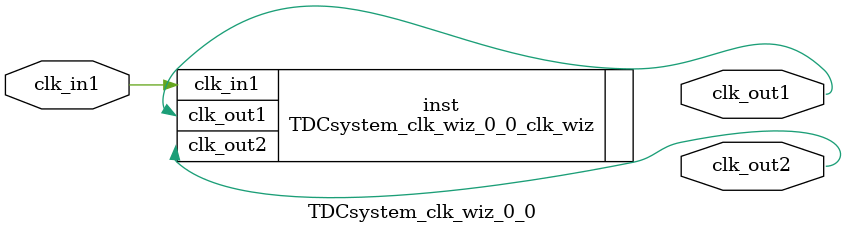
<source format=v>


`timescale 1ps/1ps

(* CORE_GENERATION_INFO = "TDCsystem_clk_wiz_0_0,clk_wiz_v6_0_13_0_0,{component_name=TDCsystem_clk_wiz_0_0,use_phase_alignment=true,use_min_o_jitter=false,use_max_i_jitter=false,use_dyn_phase_shift=false,use_inclk_switchover=false,use_dyn_reconfig=false,enable_axi=0,feedback_source=FDBK_AUTO,PRIMITIVE=MMCM,num_out_clk=2,clkin1_period=10.000,clkin2_period=10.000,use_power_down=false,use_reset=false,use_locked=false,use_inclk_stopped=false,feedback_type=SINGLE,CLOCK_MGR_TYPE=NA,manual_override=false}" *)

module TDCsystem_clk_wiz_0_0 
 (
  // Clock out ports
  output        clk_out1,
  output        clk_out2,
 // Clock in ports
  input         clk_in1
 );

  TDCsystem_clk_wiz_0_0_clk_wiz inst
  (
  // Clock out ports  
  .clk_out1(clk_out1),
  .clk_out2(clk_out2),
 // Clock in ports
  .clk_in1(clk_in1)
  );

endmodule

</source>
